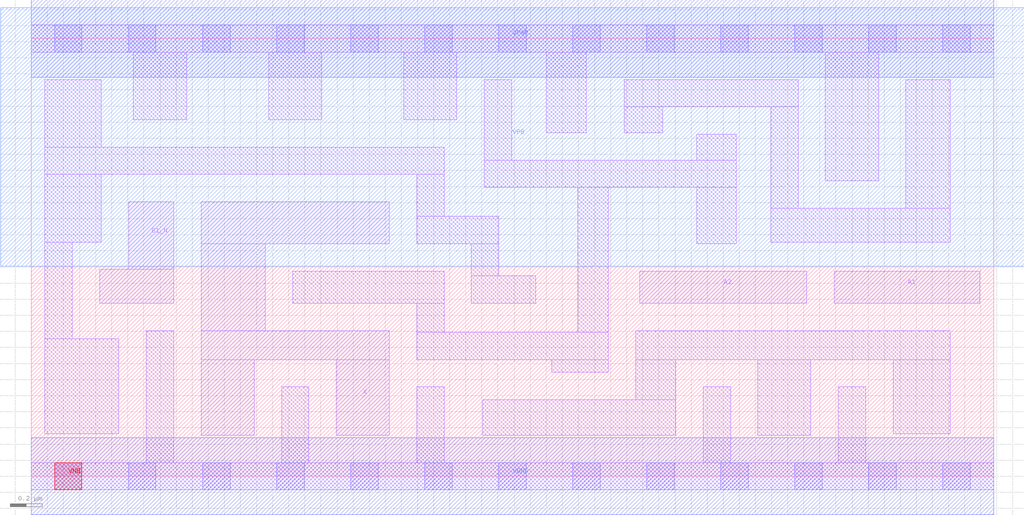
<source format=lef>
# Copyright 2020 The SkyWater PDK Authors
#
# Licensed under the Apache License, Version 2.0 (the "License");
# you may not use this file except in compliance with the License.
# You may obtain a copy of the License at
#
#     https://www.apache.org/licenses/LICENSE-2.0
#
# Unless required by applicable law or agreed to in writing, software
# distributed under the License is distributed on an "AS IS" BASIS,
# WITHOUT WARRANTIES OR CONDITIONS OF ANY KIND, either express or implied.
# See the License for the specific language governing permissions and
# limitations under the License.
#
# SPDX-License-Identifier: Apache-2.0

VERSION 5.7 ;
  NOWIREEXTENSIONATPIN ON ;
  DIVIDERCHAR "/" ;
  BUSBITCHARS "[]" ;
MACRO sky130_fd_sc_hd__o21ba_4
  CLASS CORE ;
  FOREIGN sky130_fd_sc_hd__o21ba_4 ;
  ORIGIN  0.000000  0.000000 ;
  SIZE  5.980000 BY  2.720000 ;
  SYMMETRY X Y R90 ;
  SITE unithd ;
  PIN A1
    ANTENNAGATEAREA  0.495000 ;
    DIRECTION INPUT ;
    USE SIGNAL ;
    PORT
      LAYER li1 ;
        RECT 4.990000 1.075000 5.895000 1.275000 ;
    END
  END A1
  PIN A2
    ANTENNAGATEAREA  0.495000 ;
    DIRECTION INPUT ;
    USE SIGNAL ;
    PORT
      LAYER li1 ;
        RECT 3.780000 1.075000 4.820000 1.275000 ;
    END
  END A2
  PIN B1_N
    ANTENNAGATEAREA  0.247500 ;
    DIRECTION INPUT ;
    USE SIGNAL ;
    PORT
      LAYER li1 ;
        RECT 0.425000 1.075000 0.885000 1.285000 ;
        RECT 0.605000 1.285000 0.885000 1.705000 ;
    END
  END B1_N
  PIN X
    ANTENNADIFFAREA  0.891000 ;
    DIRECTION OUTPUT ;
    USE SIGNAL ;
    PORT
      LAYER li1 ;
        RECT 1.055000 0.255000 1.385000 0.725000 ;
        RECT 1.055000 0.725000 2.225000 0.905000 ;
        RECT 1.055000 0.905000 1.455000 1.445000 ;
        RECT 1.055000 1.445000 2.225000 1.705000 ;
        RECT 1.895000 0.255000 2.225000 0.725000 ;
    END
  END X
  PIN VGND
    DIRECTION INOUT ;
    SHAPE ABUTMENT ;
    USE GROUND ;
    PORT
      LAYER met1 ;
        RECT 0.000000 -0.240000 5.980000 0.240000 ;
    END
  END VGND
  PIN VNB
    DIRECTION INOUT ;
    USE GROUND ;
    PORT
      LAYER pwell ;
        RECT 0.145000 -0.085000 0.315000 0.085000 ;
    END
  END VNB
  PIN VPB
    DIRECTION INOUT ;
    USE POWER ;
    PORT
      LAYER nwell ;
        RECT -0.190000 1.305000 6.170000 2.910000 ;
    END
  END VPB
  PIN VPWR
    DIRECTION INOUT ;
    SHAPE ABUTMENT ;
    USE POWER ;
    PORT
      LAYER met1 ;
        RECT 0.000000 2.480000 5.980000 2.960000 ;
    END
  END VPWR
  OBS
    LAYER li1 ;
      RECT 0.000000 -0.085000 5.980000 0.085000 ;
      RECT 0.000000  2.635000 5.980000 2.805000 ;
      RECT 0.085000  0.265000 0.545000 0.855000 ;
      RECT 0.085000  0.855000 0.255000 1.455000 ;
      RECT 0.085000  1.455000 0.435000 1.875000 ;
      RECT 0.085000  1.875000 2.565000 2.045000 ;
      RECT 0.085000  2.045000 0.435000 2.465000 ;
      RECT 0.635000  2.215000 0.965000 2.635000 ;
      RECT 0.715000  0.085000 0.885000 0.905000 ;
      RECT 1.475000  2.215000 1.805000 2.635000 ;
      RECT 1.555000  0.085000 1.725000 0.555000 ;
      RECT 1.625000  1.075000 2.565000 1.275000 ;
      RECT 2.315000  2.215000 2.645000 2.635000 ;
      RECT 2.395000  0.085000 2.565000 0.555000 ;
      RECT 2.395000  0.725000 3.585000 0.895000 ;
      RECT 2.395000  0.895000 2.565000 1.075000 ;
      RECT 2.395000  1.445000 2.905000 1.615000 ;
      RECT 2.395000  1.615000 2.565000 1.875000 ;
      RECT 2.735000  1.075000 3.135000 1.245000 ;
      RECT 2.735000  1.245000 2.905000 1.445000 ;
      RECT 2.805000  0.255000 4.005000 0.475000 ;
      RECT 2.815000  1.795000 4.380000 1.965000 ;
      RECT 2.815000  1.965000 2.985000 2.465000 ;
      RECT 3.200000  2.135000 3.450000 2.635000 ;
      RECT 3.235000  0.645000 3.585000 0.725000 ;
      RECT 3.395000  0.895000 3.585000 1.795000 ;
      RECT 3.685000  2.135000 3.925000 2.295000 ;
      RECT 3.685000  2.295000 4.765000 2.465000 ;
      RECT 3.755000  0.475000 4.005000 0.725000 ;
      RECT 3.755000  0.725000 5.710000 0.905000 ;
      RECT 4.135000  1.445000 4.380000 1.795000 ;
      RECT 4.135000  1.965000 4.380000 2.125000 ;
      RECT 4.175000  0.085000 4.345000 0.555000 ;
      RECT 4.515000  0.255000 4.845000 0.725000 ;
      RECT 4.595000  1.455000 5.710000 1.665000 ;
      RECT 4.595000  1.665000 4.765000 2.295000 ;
      RECT 4.935000  1.835000 5.265000 2.635000 ;
      RECT 5.015000  0.085000 5.185000 0.555000 ;
      RECT 5.355000  0.265000 5.710000 0.725000 ;
      RECT 5.435000  1.665000 5.710000 2.465000 ;
    LAYER mcon ;
      RECT 0.145000 -0.085000 0.315000 0.085000 ;
      RECT 0.145000  2.635000 0.315000 2.805000 ;
      RECT 0.605000 -0.085000 0.775000 0.085000 ;
      RECT 0.605000  2.635000 0.775000 2.805000 ;
      RECT 1.065000 -0.085000 1.235000 0.085000 ;
      RECT 1.065000  2.635000 1.235000 2.805000 ;
      RECT 1.525000 -0.085000 1.695000 0.085000 ;
      RECT 1.525000  2.635000 1.695000 2.805000 ;
      RECT 1.985000 -0.085000 2.155000 0.085000 ;
      RECT 1.985000  2.635000 2.155000 2.805000 ;
      RECT 2.445000 -0.085000 2.615000 0.085000 ;
      RECT 2.445000  2.635000 2.615000 2.805000 ;
      RECT 2.905000 -0.085000 3.075000 0.085000 ;
      RECT 2.905000  2.635000 3.075000 2.805000 ;
      RECT 3.365000 -0.085000 3.535000 0.085000 ;
      RECT 3.365000  2.635000 3.535000 2.805000 ;
      RECT 3.825000 -0.085000 3.995000 0.085000 ;
      RECT 3.825000  2.635000 3.995000 2.805000 ;
      RECT 4.285000 -0.085000 4.455000 0.085000 ;
      RECT 4.285000  2.635000 4.455000 2.805000 ;
      RECT 4.745000 -0.085000 4.915000 0.085000 ;
      RECT 4.745000  2.635000 4.915000 2.805000 ;
      RECT 5.205000 -0.085000 5.375000 0.085000 ;
      RECT 5.205000  2.635000 5.375000 2.805000 ;
      RECT 5.665000 -0.085000 5.835000 0.085000 ;
      RECT 5.665000  2.635000 5.835000 2.805000 ;
  END
END sky130_fd_sc_hd__o21ba_4
END LIBRARY

</source>
